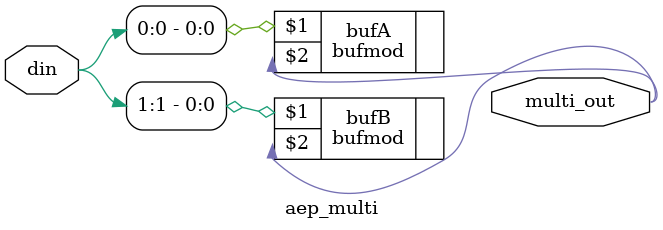
<source format=v>
module aep_multi (input [1:0] din,
                  output wire multi_out);

   bufmod bufA (din[0],multi_out);
   bufmod bufB (din[1],multi_out);

   wire                 multi_out1;
   assign               multi_out1 = din[0]? 1'b1: 1'bz;
   assign               multi_out1 = din[1]? 1'b0: 1'bz;

   wire                 flip_enable;
   assign               flip_enable = ~din[0];
   
   wire                 multi_out_pass;
   assign               multi_out_pass = din[0]? 1'b1: 1'bz;
   assign               multi_out_pass = flip_enable? 1'b0: 1'bz;
endmodule

</source>
